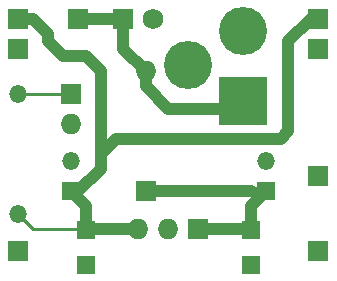
<source format=gtl>
G04 (created by PCBNEW (22-Jun-2014 BZR 4027)-stable) date Sun 09 Jul 2017 03:17:53 PM CDT*
%MOIN*%
G04 Gerber Fmt 3.4, Leading zero omitted, Abs format*
%FSLAX34Y34*%
G01*
G70*
G90*
G04 APERTURE LIST*
%ADD10C,0.00590551*%
%ADD11R,0.069X0.069*%
%ADD12O,0.069X0.069*%
%ADD13C,0.069*%
%ADD14O,0.059X0.059*%
%ADD15R,0.059X0.064*%
%ADD16R,0.16X0.16*%
%ADD17C,0.16*%
%ADD18R,0.059X0.059*%
%ADD19C,0.01*%
%ADD20C,0.04*%
%ADD21C,0.03*%
G04 APERTURE END LIST*
G54D10*
G54D11*
X102500Y-48500D03*
G54D12*
X101500Y-48500D03*
X100500Y-48500D03*
G54D11*
X100000Y-41500D03*
G54D13*
X101000Y-41500D03*
G54D11*
X98500Y-41500D03*
X106500Y-46750D03*
X96500Y-41500D03*
X96500Y-42500D03*
X96500Y-49250D03*
X106500Y-49250D03*
G54D14*
X96500Y-48000D03*
X96500Y-44000D03*
G54D11*
X98250Y-44000D03*
G54D12*
X98250Y-45000D03*
G54D11*
X100750Y-47250D03*
G54D12*
X100750Y-43250D03*
G54D15*
X104250Y-48550D03*
X104250Y-49700D03*
X98750Y-48550D03*
X98750Y-49700D03*
G54D16*
X104000Y-44250D03*
G54D17*
X104000Y-41900D03*
X102150Y-43050D03*
G54D11*
X106500Y-41500D03*
X106500Y-42500D03*
G54D18*
X104750Y-47250D03*
G54D14*
X104750Y-46250D03*
G54D18*
X98250Y-47250D03*
G54D14*
X98250Y-46250D03*
G54D19*
X96500Y-44000D02*
X98250Y-44000D01*
G54D20*
X106500Y-41500D02*
X106250Y-41500D01*
X99750Y-45500D02*
X99250Y-46000D01*
X100000Y-45500D02*
X99750Y-45500D01*
X100250Y-45500D02*
X100000Y-45500D01*
X105250Y-45500D02*
X100250Y-45500D01*
X105500Y-45250D02*
X105250Y-45500D01*
X105500Y-42250D02*
X105500Y-45250D01*
X106250Y-41500D02*
X105500Y-42250D01*
X96500Y-41500D02*
X97000Y-41500D01*
X98500Y-47250D02*
X98250Y-47250D01*
X99250Y-46500D02*
X98500Y-47250D01*
X99250Y-43250D02*
X99250Y-46000D01*
X99250Y-46000D02*
X99250Y-46500D01*
X98750Y-42750D02*
X99250Y-43250D01*
X98000Y-42750D02*
X98750Y-42750D01*
X97500Y-42250D02*
X98000Y-42750D01*
X97500Y-42000D02*
X97500Y-42250D01*
X97000Y-41500D02*
X97500Y-42000D01*
X98750Y-48500D02*
X98750Y-47750D01*
X98750Y-47750D02*
X98250Y-47250D01*
G54D19*
X98750Y-48500D02*
X97000Y-48500D01*
X97000Y-48500D02*
X96500Y-48000D01*
G54D20*
X100500Y-48500D02*
X98750Y-48500D01*
X100750Y-43250D02*
X100750Y-43750D01*
G54D21*
X103750Y-44500D02*
X104000Y-44250D01*
G54D20*
X101500Y-44500D02*
X103750Y-44500D01*
X100750Y-43750D02*
X101500Y-44500D01*
X100000Y-41500D02*
X100000Y-42500D01*
X100000Y-42500D02*
X100750Y-43250D01*
X100000Y-41500D02*
X98500Y-41500D01*
X104250Y-48500D02*
X104250Y-47750D01*
X104250Y-47750D02*
X104750Y-47250D01*
G54D21*
X104750Y-47250D02*
X104250Y-47250D01*
G54D20*
X104250Y-47250D02*
X100750Y-47250D01*
X102500Y-48500D02*
X104250Y-48500D01*
M02*

</source>
